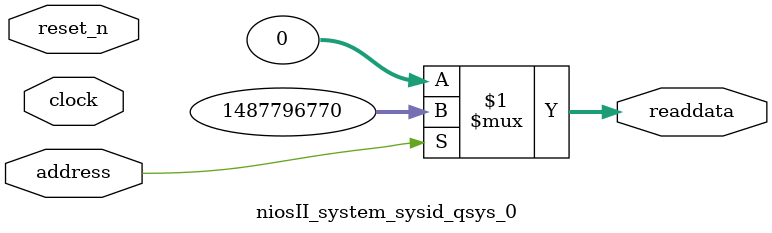
<source format=v>

`timescale 1ns / 1ps
// synthesis translate_on

// turn off superfluous verilog processor warnings 
// altera message_level Level1 
// altera message_off 10034 10035 10036 10037 10230 10240 10030 

module niosII_system_sysid_qsys_0 (
               // inputs:
                address,
                clock,
                reset_n,

               // outputs:
                readdata
             )
;

  output  [ 31: 0] readdata;
  input            address;
  input            clock;
  input            reset_n;

  wire    [ 31: 0] readdata;
  //control_slave, which is an e_avalon_slave
  assign readdata = address ? 1487796770 : 0;

endmodule




</source>
